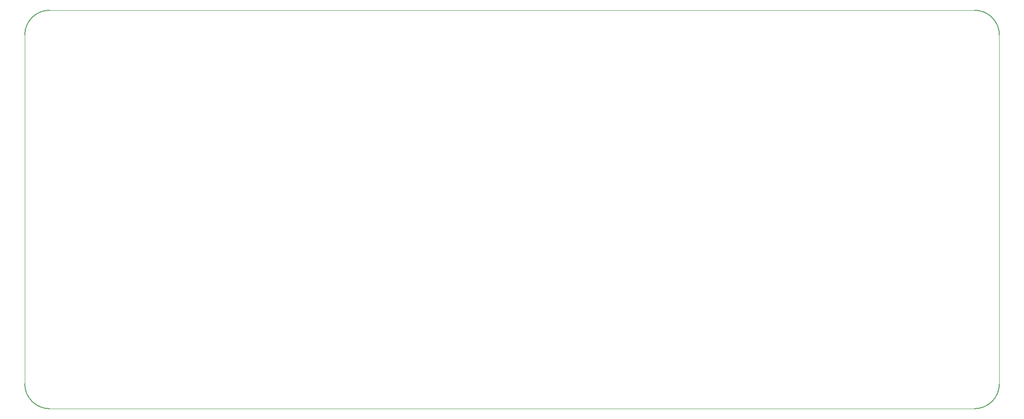
<source format=gbr>
%TF.GenerationSoftware,KiCad,Pcbnew,(6.0.10)*%
%TF.CreationDate,2023-02-17T13:49:40-08:00*%
%TF.ProjectId,nixie_clock,6e697869-655f-4636-9c6f-636b2e6b6963,1.5*%
%TF.SameCoordinates,Original*%
%TF.FileFunction,Profile,NP*%
%FSLAX46Y46*%
G04 Gerber Fmt 4.6, Leading zero omitted, Abs format (unit mm)*
G04 Created by KiCad (PCBNEW (6.0.10)) date 2023-02-17 13:49:40*
%MOMM*%
%LPD*%
G01*
G04 APERTURE LIST*
%TA.AperFunction,Profile*%
%ADD10C,0.100000*%
%TD*%
%TA.AperFunction,Profile*%
%ADD11C,0.150000*%
%TD*%
G04 APERTURE END LIST*
D10*
X235167898Y-136107898D02*
X246380000Y-136107898D01*
X56932102Y-136107898D02*
X235167898Y-136107898D01*
D11*
X56932102Y-54392102D02*
G75*
G03*
X51852102Y-59472102I-2J-5079998D01*
G01*
D10*
X51852102Y-59472102D02*
X51852102Y-131027898D01*
X251460000Y-59472102D02*
X251460000Y-131027898D01*
X235167898Y-54392102D02*
X246380000Y-54392102D01*
D11*
X246380000Y-136107900D02*
G75*
G03*
X251460000Y-131027898I0J5080000D01*
G01*
X251459998Y-59472102D02*
G75*
G03*
X246380000Y-54392102I-5079998J2D01*
G01*
D10*
X235167898Y-54392102D02*
X56932102Y-54392102D01*
D11*
X51852102Y-131027898D02*
G75*
G03*
X56932102Y-136107898I5079998J-2D01*
G01*
M02*

</source>
